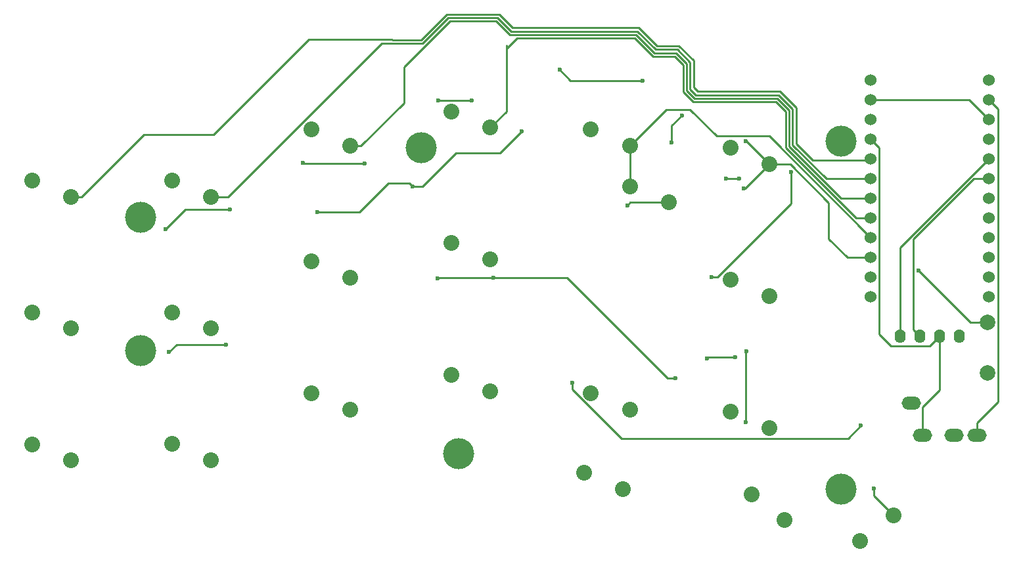
<source format=gtl>
G04 #@! TF.GenerationSoftware,KiCad,Pcbnew,(7.0.0-0)*
G04 #@! TF.CreationDate,2023-04-28T12:14:11+03:00*
G04 #@! TF.ProjectId,chococorne,63686f63-6f63-46f7-926e-652e6b696361,2.1*
G04 #@! TF.SameCoordinates,Original*
G04 #@! TF.FileFunction,Copper,L1,Top*
G04 #@! TF.FilePolarity,Positive*
%FSLAX46Y46*%
G04 Gerber Fmt 4.6, Leading zero omitted, Abs format (unit mm)*
G04 Created by KiCad (PCBNEW (7.0.0-0)) date 2023-04-28 12:14:11*
%MOMM*%
%LPD*%
G01*
G04 APERTURE LIST*
G04 #@! TA.AperFunction,ComponentPad*
%ADD10C,4.000000*%
G04 #@! TD*
G04 #@! TA.AperFunction,ComponentPad*
%ADD11C,2.032000*%
G04 #@! TD*
G04 #@! TA.AperFunction,ComponentPad*
%ADD12C,2.000000*%
G04 #@! TD*
G04 #@! TA.AperFunction,ComponentPad*
%ADD13O,2.500000X1.700000*%
G04 #@! TD*
G04 #@! TA.AperFunction,ComponentPad*
%ADD14O,1.397000X1.778000*%
G04 #@! TD*
G04 #@! TA.AperFunction,ComponentPad*
%ADD15C,1.524000*%
G04 #@! TD*
G04 #@! TA.AperFunction,ViaPad*
%ADD16C,0.600000*%
G04 #@! TD*
G04 #@! TA.AperFunction,Conductor*
%ADD17C,0.250000*%
G04 #@! TD*
G04 APERTURE END LIST*
D10*
X71590000Y-69700000D03*
D11*
X26500000Y-93010000D03*
X21500000Y-90910000D03*
D10*
X35460000Y-95820000D03*
X125730000Y-113730000D03*
X76410000Y-109180000D03*
X35460000Y-78680000D03*
D12*
X144620000Y-98710000D03*
X144620000Y-92210000D03*
D11*
X116500000Y-88830000D03*
X111500000Y-86730000D03*
D13*
X134749999Y-102599999D03*
X143249999Y-106799999D03*
X140249999Y-106799999D03*
X136249999Y-106799999D03*
D11*
X62500000Y-86450000D03*
X57500000Y-84350000D03*
X44500000Y-93010000D03*
X39500000Y-90910000D03*
X98500000Y-74650000D03*
X103500000Y-76750000D03*
X114177032Y-114411038D03*
X118463142Y-117733577D03*
D14*
X140964999Y-93969999D03*
X138424999Y-93969999D03*
X135884999Y-93969999D03*
X133344999Y-93969999D03*
D15*
X144756400Y-60962000D03*
X144756400Y-63502000D03*
X144756400Y-66042000D03*
X144756400Y-68582000D03*
X144756400Y-71122000D03*
X144756400Y-73662000D03*
X144756400Y-76202000D03*
X144756400Y-78742000D03*
X144756400Y-81282000D03*
X144756400Y-83822000D03*
X144756400Y-86362000D03*
X144756400Y-88902000D03*
X129536400Y-88902000D03*
X129536400Y-86362000D03*
X129536400Y-83822000D03*
X129536400Y-81282000D03*
X129536400Y-78742000D03*
X129536400Y-76202000D03*
X129536400Y-73662000D03*
X129536400Y-71122000D03*
X129536400Y-68582000D03*
X129536400Y-66042000D03*
X129536400Y-63502000D03*
X129536400Y-60962000D03*
D10*
X125730000Y-68830000D03*
D11*
X26500000Y-110030000D03*
X21500000Y-107930000D03*
X44500000Y-76010000D03*
X39500000Y-73910000D03*
X80500000Y-67090000D03*
X75500000Y-64990000D03*
X62500000Y-69450000D03*
X57500000Y-67350000D03*
X116500000Y-71830000D03*
X111500000Y-69730000D03*
X93500000Y-67350000D03*
X98500000Y-69450000D03*
X80500000Y-101080000D03*
X75500000Y-98980000D03*
X80500000Y-84080000D03*
X75500000Y-81980000D03*
X62500000Y-103455000D03*
X57500000Y-101355000D03*
X26500000Y-76010000D03*
X21500000Y-73910000D03*
X92600000Y-111620000D03*
X97600000Y-113720000D03*
X44500000Y-110015000D03*
X39500000Y-107915000D03*
X98500000Y-103455000D03*
X93500000Y-101355000D03*
X128140450Y-120370000D03*
X132459103Y-117089873D03*
X116500000Y-105830000D03*
X111500000Y-103730000D03*
D16*
X100170000Y-61030000D03*
X103910000Y-69020000D03*
X119260000Y-72810000D03*
X109060000Y-86360000D03*
X89460000Y-59630000D03*
X56360000Y-71660000D03*
X135684500Y-85530000D03*
X113200000Y-74950000D03*
X113430000Y-105080000D03*
X113490000Y-95950000D03*
X113430000Y-68830000D03*
X129960000Y-113620000D03*
X98170000Y-77130000D03*
X91110000Y-99980000D03*
X128250000Y-105530000D03*
X47000000Y-77650000D03*
X58200000Y-77990000D03*
X38710000Y-80170000D03*
X39090000Y-96050000D03*
X108460000Y-96840000D03*
X73750000Y-86540000D03*
X46510000Y-95060000D03*
X112080000Y-96680000D03*
X104400000Y-99440000D03*
X80940000Y-86480000D03*
X70530000Y-74710000D03*
X105230000Y-65500000D03*
X73780000Y-63560000D03*
X84570000Y-67600000D03*
X78140000Y-63560000D03*
X112600000Y-73690000D03*
X110875500Y-73690000D03*
X64340000Y-71710000D03*
D17*
X119939500Y-64505313D02*
X117864187Y-62430000D01*
X67910000Y-55786802D02*
X67848198Y-55725000D01*
X117864187Y-62430000D02*
X107230000Y-62430000D01*
X74942208Y-52465000D02*
X71620406Y-55786802D01*
X107230000Y-62430000D02*
X106725000Y-61925000D01*
X106725000Y-58464162D02*
X104835838Y-56575000D01*
X106725000Y-61925000D02*
X106725000Y-58464162D01*
X44883996Y-68010000D02*
X35870000Y-68010000D01*
X57168996Y-55725000D02*
X44883996Y-68010000D01*
X129368400Y-71290000D02*
X122089984Y-71290000D01*
X102035838Y-56575000D02*
X99675838Y-54215000D01*
X27870000Y-76010000D02*
X26500000Y-76010000D01*
X122089984Y-71290000D02*
X119939500Y-69139516D01*
X35870000Y-68010000D02*
X27870000Y-76010000D01*
X71620406Y-55786802D02*
X67910000Y-55786802D01*
X83399442Y-54215000D02*
X81649442Y-52465000D01*
X104835838Y-56575000D02*
X102035838Y-56575000D01*
X67848198Y-55725000D02*
X57168996Y-55725000D01*
X81649442Y-52465000D02*
X74942208Y-52465000D01*
X99675838Y-54215000D02*
X83399442Y-54215000D01*
X119939500Y-69139516D02*
X119939500Y-64505313D01*
X129536400Y-71122000D02*
X129368400Y-71290000D01*
X67348350Y-74300000D02*
X63658350Y-77990000D01*
X70530000Y-74710000D02*
X70120000Y-74300000D01*
X81815000Y-70355000D02*
X84570000Y-67600000D01*
X76133047Y-70355000D02*
X81815000Y-70355000D01*
X71778047Y-74710000D02*
X76133047Y-70355000D01*
X70120000Y-74300000D02*
X67348350Y-74300000D01*
X63658350Y-77990000D02*
X58200000Y-77990000D01*
X70530000Y-74710000D02*
X71778047Y-74710000D01*
X98170000Y-77130000D02*
X98550000Y-76750000D01*
X98550000Y-76750000D02*
X103500000Y-76750000D01*
X91110000Y-100861461D02*
X91110000Y-99980000D01*
X128250000Y-105530000D02*
X126609000Y-107171000D01*
X97419539Y-107171000D02*
X91110000Y-100861461D01*
X126609000Y-107171000D02*
X97419539Y-107171000D01*
X119489500Y-64691709D02*
X117677791Y-62880000D01*
X101849442Y-57025000D02*
X99489442Y-54665000D01*
X106275000Y-58650558D02*
X104649442Y-57025000D01*
X129536400Y-73662000D02*
X123825588Y-73662000D01*
X106275000Y-62152208D02*
X106275000Y-58650558D01*
X46741650Y-76010000D02*
X44500000Y-76010000D01*
X107002792Y-62880000D02*
X106275000Y-62152208D01*
X75128604Y-52915000D02*
X71806802Y-56236802D01*
X117677791Y-62880000D02*
X107002792Y-62880000D01*
X104649442Y-57025000D02*
X101849442Y-57025000D01*
X123825588Y-73662000D02*
X119489500Y-69325912D01*
X66514848Y-56236802D02*
X46741650Y-76010000D01*
X81463046Y-52915000D02*
X75128604Y-52915000D01*
X119489500Y-69325912D02*
X119489500Y-64691709D01*
X71806802Y-56236802D02*
X66514848Y-56236802D01*
X99489442Y-54665000D02*
X83213046Y-54665000D01*
X83213046Y-54665000D02*
X81463046Y-52915000D01*
X69375000Y-63908684D02*
X63833684Y-69450000D01*
X129536400Y-76202000D02*
X125729192Y-76202000D01*
X104463046Y-57475000D02*
X101663046Y-57475000D01*
X125729192Y-76202000D02*
X119039500Y-69512308D01*
X83026650Y-55115000D02*
X81276650Y-53365000D01*
X105825000Y-62338604D02*
X105825000Y-58836954D01*
X75315000Y-53365000D02*
X69375000Y-59305000D01*
X106816396Y-63330000D02*
X105825000Y-62338604D01*
X99303046Y-55115000D02*
X83026650Y-55115000D01*
X119039500Y-69512308D02*
X119039500Y-64878105D01*
X63833684Y-69450000D02*
X62500000Y-69450000D01*
X117491395Y-63330000D02*
X106816396Y-63330000D01*
X69375000Y-59305000D02*
X69375000Y-63908684D01*
X81276650Y-53365000D02*
X75315000Y-53365000D01*
X119039500Y-64878105D02*
X117491395Y-63330000D01*
X101663046Y-57475000D02*
X99303046Y-55115000D01*
X105825000Y-58836954D02*
X104463046Y-57475000D01*
X129960000Y-113620000D02*
X129960000Y-114590770D01*
X129960000Y-114590770D02*
X132459103Y-117089873D01*
X142216400Y-63502000D02*
X144756400Y-66042000D01*
X129536400Y-63502000D02*
X142216400Y-63502000D01*
X138425000Y-100915990D02*
X138425000Y-93970000D01*
X130623400Y-93711348D02*
X132132052Y-95220000D01*
X130623400Y-69669000D02*
X130623400Y-93711348D01*
X132132052Y-95220000D02*
X137175000Y-95220000D01*
X136250000Y-106800000D02*
X136250000Y-103090990D01*
X129536400Y-68582000D02*
X130623400Y-69669000D01*
X136250000Y-103090990D02*
X138425000Y-100915990D01*
X137175000Y-95220000D02*
X138425000Y-93970000D01*
X113380000Y-74950000D02*
X116500000Y-71830000D01*
X126522000Y-83822000D02*
X124150000Y-81450000D01*
X113500000Y-68830000D02*
X116500000Y-71830000D01*
X113430000Y-96010000D02*
X113490000Y-95950000D01*
X119163884Y-71830000D02*
X116500000Y-71830000D01*
X113430000Y-68830000D02*
X113500000Y-68830000D01*
X113200000Y-74950000D02*
X113380000Y-74950000D01*
X124150000Y-76816116D02*
X119163884Y-71830000D01*
X129536400Y-83822000D02*
X126522000Y-83822000D01*
X113430000Y-105080000D02*
X113430000Y-96010000D01*
X124150000Y-81450000D02*
X124150000Y-76816116D01*
X145945000Y-64690600D02*
X145945000Y-102426142D01*
X145945000Y-102426142D02*
X143250000Y-105121142D01*
X143250000Y-105121142D02*
X143250000Y-106800000D01*
X144756400Y-63502000D02*
X145945000Y-64690600D01*
X144620000Y-92210000D02*
X142364500Y-92210000D01*
X142364500Y-92210000D02*
X135684500Y-85530000D01*
X135060000Y-81454796D02*
X142852796Y-73662000D01*
X135060000Y-81454796D02*
X135060000Y-93145000D01*
X135060000Y-93145000D02*
X135885000Y-93970000D01*
X142852796Y-73662000D02*
X144756400Y-73662000D01*
X133345000Y-93970000D02*
X133345000Y-82533400D01*
X133345000Y-82533400D02*
X144756400Y-71122000D01*
X82589500Y-56489500D02*
X82589500Y-65000500D01*
X118589500Y-69698704D02*
X118589500Y-65064501D01*
X118589500Y-65064501D02*
X117304999Y-63780000D01*
X117304999Y-63780000D02*
X106630000Y-63780000D01*
X129536400Y-78742000D02*
X127632796Y-78742000D01*
X104276650Y-57925000D02*
X101476650Y-57925000D01*
X99116650Y-55565000D02*
X83954500Y-55565000D01*
X105375000Y-59023350D02*
X104276650Y-57925000D01*
X106630000Y-63780000D02*
X105375000Y-62525000D01*
X127632796Y-78742000D02*
X118589500Y-69698704D01*
X105375000Y-62525000D02*
X105375000Y-59023350D01*
X82589500Y-65000500D02*
X80500000Y-67090000D01*
X101476650Y-57925000D02*
X99116650Y-55565000D01*
X83954500Y-55565000D02*
X82589500Y-56930000D01*
X129536400Y-81282000D02*
X116459400Y-68205000D01*
X109690900Y-68205000D02*
X106261800Y-64775900D01*
X98500000Y-69450000D02*
X98500000Y-74650000D01*
X103174100Y-64775900D02*
X98500000Y-69450000D01*
X106261800Y-64775900D02*
X103174100Y-64775900D01*
X116459400Y-68205000D02*
X109690900Y-68205000D01*
X109771650Y-86360000D02*
X109060000Y-86360000D01*
X119260000Y-72810000D02*
X119260000Y-76871650D01*
X112080000Y-96680000D02*
X108620000Y-96680000D01*
X80940000Y-86480000D02*
X90379999Y-86480000D01*
X103339999Y-99440000D02*
X104400000Y-99440000D01*
X108620000Y-96680000D02*
X108460000Y-96840000D01*
X40080000Y-95060000D02*
X39090000Y-96050000D01*
X90379999Y-86480000D02*
X103339999Y-99440000D01*
X46510000Y-95060000D02*
X40080000Y-95060000D01*
X80940000Y-86480000D02*
X73810000Y-86480000D01*
X73810000Y-86480000D02*
X73750000Y-86540000D01*
X78140000Y-63560000D02*
X73780000Y-63560000D01*
X103910000Y-66820000D02*
X105230000Y-65500000D01*
X110875500Y-73690000D02*
X112600000Y-73690000D01*
X103910000Y-69020000D02*
X103910000Y-66820000D01*
X100170000Y-61030000D02*
X90860000Y-61030000D01*
X90860000Y-61030000D02*
X89460000Y-59630000D01*
X56410000Y-71710000D02*
X56360000Y-71660000D01*
X64340000Y-71710000D02*
X56410000Y-71710000D01*
X119260000Y-76871650D02*
X109771650Y-86360000D01*
X41230000Y-77650000D02*
X38710000Y-80170000D01*
X47000000Y-77650000D02*
X41230000Y-77650000D01*
M02*

</source>
